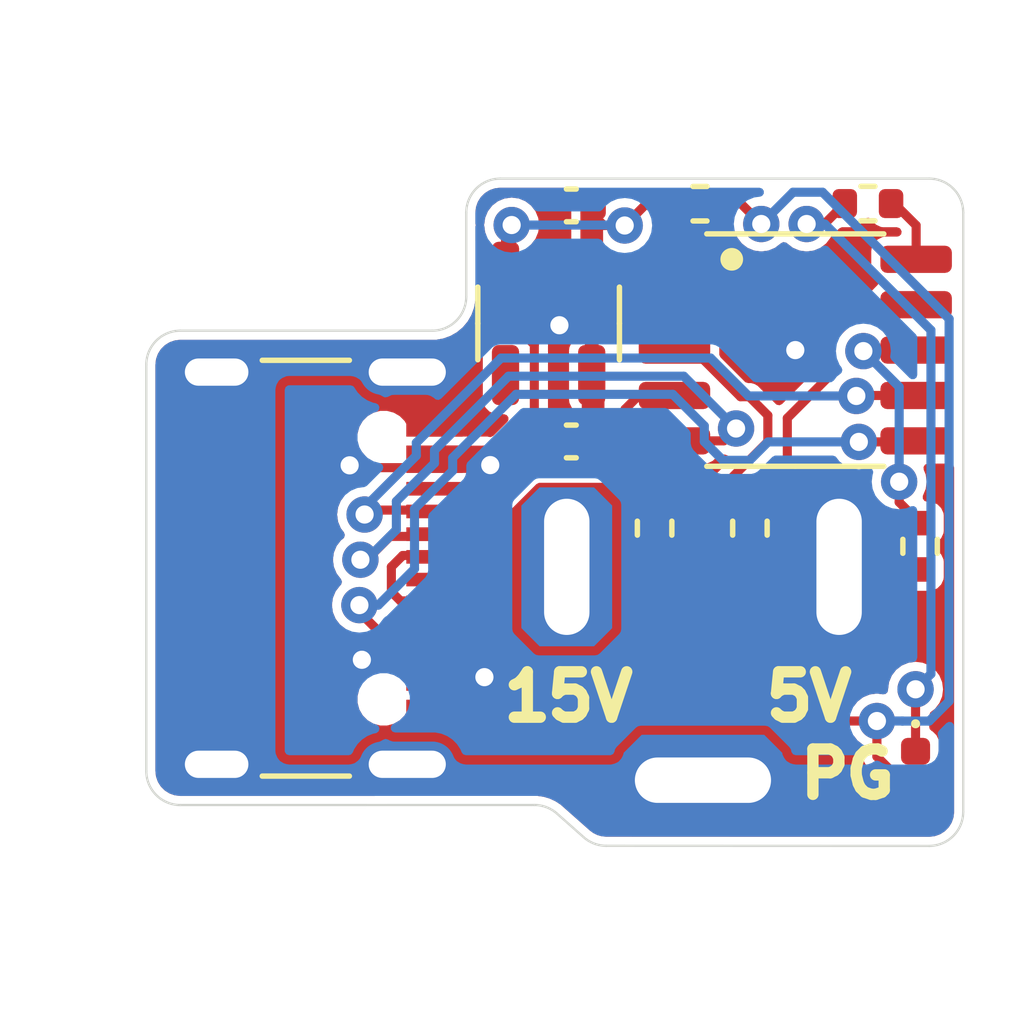
<source format=kicad_pcb>
(kicad_pcb (version 20240108) (generator "pcbnew") (generator_version "8.0")
  (layers (0 "F.Cu" signal) (31 "B.Cu" signal) (34 "B.Paste" user) (35 "F.Paste" user) (36 "B.SilkS" user "B.Silkscreen") (37 "F.SilkS" user "F.Silkscreen") (38 "B.Mask" user) (39 "F.Mask" user) (44 "Edge.Cuts" user))
  (net 0 "")
  (net 1 "+3.3V")
  (net 2 "VCC")
  (net 3 "Net-(U1-PG)")
  (net 4 "Net-(D1-K)")
  (net 6 "Net-(J1-CC1)")
  (net 7 "Net-(U1-DM)")
  (net 9 "Net-(U1-DP)")
  (net 10 "Net-(J1-CC2)")
  (net 11 "Net-(U1-VBUS)")
  (net 13 "GND")
  (net 14 "Net-(JP1-B)")
  (net 15 "C1")
  (footprint "Jumper:SolderJumper-2_P1.3mm_Open_RoundedPad1.0x1.5mm" (layer "F.Cu") (at 105.85 66.85 90)
    (property "Reference" "JP2" (hide yes))
    (property "Value" "Jumper" (hide yes))
    (pad "1" smd roundrect (at -0.65 0 90) (size 1 1) (layers "F.Cu" "F.Mask") (roundrect_rratio 0) (chamfer_ratio 0.2) (chamfer top_left bottom_left) (net 1 "+3.3V"))
    (pad "2" smd roundrect (at 0.65 0 90) (size 1 1) (layers "F.Cu" "F.Mask") (roundrect_rratio 0) (chamfer_ratio 0.2) (chamfer top_right bottom_right) (net 15 "C1"))
  )
  (footprint "Connector_BarrelJack:BarrelJack_Horizontal" (layer "F.Cu") (at 108.115 65.3025)
    (property "Reference" "J2" (hide yes))
    (property "Value" "Barrel_Jack" (hide yes))
    (pad "1" thru_hole roundrect (at 0 0) (size 2 3.5) (drill oval 1 3) (layers "*.Cu" "*.Mask") (roundrect_rratio 0) (chamfer_ratio 0.2) (chamfer top_left top_right bottom_left bottom_right) (net 2 "VCC"))
    (pad "2" thru_hole roundrect (at -6 0) (size 2 3.5) (drill oval 1 3) (layers "*.Cu" "*.Mask") (roundrect_rratio 0) (chamfer_ratio 0.2) (chamfer top_left top_right bottom_left bottom_right) (net 13 "GND"))
    (pad "3" thru_hole roundrect (at -3 4.7) (size 3.5 2) (drill oval 3 1) (layers "*.Cu" "*.Mask") (roundrect_rratio 0) (chamfer_ratio 0.2) (chamfer top_left top_right bottom_left bottom_right) (net 13 "GND"))
  )
  (footprint "LED_SMD:LED_0402_1005Metric" (layer "F.Cu") (at 109.8 69.85 -90)
    (property "Reference" "D1" (hide yes))
    (property "Value" "LED_Small")
    (fp_circle (center -1.09 0) (end -1.04 0) (stroke (width 0.1)) (fill none) (layer "F.SilkS"))
    (pad "1" smd roundrect (at -0.485 0 270) (size 0.59 0.64) (layers "F.Cu" "F.Paste" "F.Mask") (net 4 "Net-(D1-K)"))
    (pad "2" smd roundrect (at 0.485 0 270) (size 0.59 0.64) (layers "F.Cu" "F.Paste" "F.Mask") (net 1 "+3.3V"))
  )
  (footprint "Resistor_SMD:R_0402_1005Metric" (layer "F.Cu") (at 106.15 64.45 90)
    (property "Reference" "R5" (hide yes))
    (property "Value" "1K")
    (fp_line (start -0.153641 -0.38) (end 0.153641 -0.38) (stroke (width 0.12)) (layer "F.SilkS"))
    (fp_line (start -0.153641 0.38) (end 0.153641 0.38) (stroke (width 0.12)) (layer "F.SilkS"))
    (pad "1" smd roundrect (at -0.51 0 90) (size 0.54 0.64) (layers "F.Cu" "F.Paste" "F.Mask") (net 13 "GND"))
    (pad "2" smd roundrect (at 0.51 0 90) (size 0.54 0.64) (layers "F.Cu" "F.Paste" "F.Mask") (net 15 "C1"))
  )
  (footprint "Jumper:SolderJumper-2_P1.3mm_Open_RoundedPad1.0x1.5mm" (layer "F.Cu") (at 104.35 66.85 90)
    (property "Reference" "JP1" (hide yes))
    (property "Value" "Jumper" (hide yes))
    (pad "1" smd roundrect (at -0.65 0 90) (size 1 1) (layers "F.Cu" "F.Mask") (roundrect_rratio 0) (chamfer_ratio 0.2) (chamfer top_left bottom_left) (net 1 "+3.3V"))
    (pad "2" smd roundrect (at 0.65 0 90) (size 1 1) (layers "F.Cu" "F.Mask") (roundrect_rratio 0) (chamfer_ratio 0.2) (chamfer top_right bottom_right) (net 14 "Net-(JP1-B)"))
  )
  (footprint "Connector_USB:USB_C_Receptacle_G-Switch_GT-USB-7010ASV" (layer "F.Cu") (at 95.475 65.3325 -90)
    (property "Reference" "J1" (hide yes))
    (property "Value" "USB_C_Receptacle_USB2.0")
    (fp_line (start 4.58 0.07) (end 4.58 -1.85) (stroke (width 0.12)) (layer "F.SilkS"))
    (fp_line (start -4.58 -1.85) (end -4.58 0.07) (stroke (width 0.12)) (layer "F.SilkS"))
    (pad "" np_thru_hole circle (at -2.89 -2.605 270) (size 0.65 0.65) (drill 0.65) (layers "*.Cu" "*.Mask"))
    (pad "" np_thru_hole circle (at 2.89 -2.605 270) (size 0.65 0.65) (drill 0.65) (layers "*.Cu" "*.Mask"))
    (pad "A1" smd rect (at -3.2 -3.725 270) (size 0.6 1.24) (layers "F.Cu" "F.Paste" "F.Mask") (net 13 "GND"))
    (pad "A4" smd rect (at -2.4 -3.725 270) (size 0.6 1.24) (layers "F.Cu" "F.Paste" "F.Mask") (net 2 "VCC"))
    (pad "A5" smd rect (at -1.25 -3.725 270) (size 0.3 1.24) (layers "F.Cu" "F.Paste" "F.Mask") (net 6 "Net-(J1-CC1)"))
    (pad "A6" smd rect (at -0.25 -3.725 270) (size 0.3 1.24) (layers "F.Cu" "F.Paste" "F.Mask") (net 9 "Net-(U1-DP)"))
    (pad "A7" smd rect (at 0.25 -3.725 270) (size 0.3 1.24) (layers "F.Cu" "F.Paste" "F.Mask") (net 7 "Net-(U1-DM)"))
    (pad "A8" smd rect (at 1.25 -3.725 270) (size 0.3 1.24) (layers "F.Cu" "F.Paste" "F.Mask"))
    (pad "A9" smd rect (at 2.4 -3.725 270) (size 0.6 1.24) (layers "F.Cu" "F.Paste" "F.Mask") (net 2 "VCC"))
    (pad "A12" smd rect (at 3.2 -3.725 270) (size 0.6 1.24) (layers "F.Cu" "F.Paste" "F.Mask") (net 13 "GND"))
    (pad "B1" smd rect (at 3.2 -3.725 270) (size 0.6 1.24) (layers "F.Cu" "F.Paste" "F.Mask") (net 13 "GND"))
    (pad "B4" smd rect (at 2.4 -3.725 270) (size 0.6 1.24) (layers "F.Cu" "F.Paste" "F.Mask") (net 2 "VCC"))
    (pad "B5" smd rect (at 1.75 -3.725 270) (size 0.3 1.24) (layers "F.Cu" "F.Paste" "F.Mask") (net 10 "Net-(J1-CC2)"))
    (pad "B6" smd rect (at 0.75 -3.725 270) (size 0.3 1.24) (layers "F.Cu" "F.Paste" "F.Mask") (net 9 "Net-(U1-DP)"))
    (pad "B7" smd rect (at -0.75 -3.725 270) (size 0.3 1.24) (layers "F.Cu" "F.Paste" "F.Mask") (net 7 "Net-(U1-DM)"))
    (pad "B8" smd rect (at -1.75 -3.725 270) (size 0.3 1.24) (layers "F.Cu" "F.Paste" "F.Mask"))
    (pad "B9" smd rect (at -2.4 -3.725 270) (size 0.6 1.24) (layers "F.Cu" "F.Paste" "F.Mask") (net 2 "VCC"))
    (pad "B12" smd rect (at -3.2 -3.725 270) (size 0.6 1.24) (layers "F.Cu" "F.Paste" "F.Mask") (net 13 "GND"))
    (pad "S1" thru_hole oval (at -4.32 -3.125 270) (size 1 2.1) (drill oval 0.6 1.7) (layers "*.Cu" "*.Mask") (net 13 "GND"))
    (pad "S1" thru_hole oval (at -4.32 1.075 270) (size 1 1.8) (drill oval 0.6 1.4) (layers "*.Cu" "*.Mask") (net 13 "GND"))
    (pad "S1" thru_hole oval (at 4.32 -3.125 270) (size 1 2.1) (drill oval 0.6 1.7) (layers "*.Cu" "*.Mask") (net 13 "GND"))
    (pad "S1" thru_hole oval (at 4.32 1.075 270) (size 1 1.8) (drill oval 0.6 1.4) (layers "*.Cu" "*.Mask") (net 13 "GND"))
  )
  (footprint "Resistor_SMD:R_0402_1005Metric" (layer "F.Cu") (at 104.05 64.45 -90)
    (property "Reference" "R4" (hide yes))
    (property "Value" "1K")
    (fp_line (start -0.153641 0.38) (end 0.153641 0.38) (stroke (width 0.12)) (layer "F.SilkS"))
    (fp_line (start -0.153641 -0.38) (end 0.153641 -0.38) (stroke (width 0.12)) (layer "F.SilkS"))
    (pad "1" smd roundrect (at -0.51 0 270) (size 0.54 0.64) (layers "F.Cu" "F.Paste" "F.Mask") (net 13 "GND"))
    (pad "2" smd roundrect (at 0.51 0 270) (size 0.54 0.64) (layers "F.Cu" "F.Paste" "F.Mask") (net 14 "Net-(JP1-B)"))
  )
  (footprint "Package_SO:SOIC-10_3.9x4.9mm_P1mm" (layer "F.Cu") (at 107.15 60.5275)
    (property "Reference" "U1" (hide yes))
    (property "Value" "~")
    (fp_line (start 0 -2.56) (end -1.95 -2.56) (stroke (width 0.12)) (layer "F.SilkS"))
    (fp_line (start 0 -2.56) (end 1.95 -2.56) (stroke (width 0.12)) (layer "F.SilkS"))
    (fp_line (start 0 2.56) (end -1.95 2.56) (stroke (width 0.12)) (layer "F.SilkS"))
    (fp_line (start 0 2.56) (end 1.95 2.56) (stroke (width 0.12)) (layer "F.SilkS"))
    (fp_circle (center -1.4 -2) (end -1.2 -2) (stroke (width 0.1)) (fill solid) (layer "F.SilkS"))
    (pad "0" smd roundrect (at -0.4 -0.4 90) (size 2.286 1.524) (layers "F.Cu" "F.Paste" "F.Mask") (net 13 "GND"))
    (pad "1" smd roundrect (at -2.6625 -2) (size 1.575 0.6) (layers "F.Cu" "F.Paste" "F.Mask") (net 1 "+3.3V"))
    (pad "2" smd roundrect (at -2.6625 -1) (size 1.575 0.6) (layers "F.Cu" "F.Paste" "F.Mask") (net 1 "+3.3V"))
    (pad "3" smd roundrect (at -2.6625 0) (size 1.575 0.6) (layers "F.Cu" "F.Paste" "F.Mask") (net 14 "Net-(JP1-B)"))
    (pad "4" smd roundrect (at -2.6625 1) (size 1.575 0.6) (layers "F.Cu" "F.Paste" "F.Mask") (net 9 "Net-(U1-DP)"))
    (pad "5" smd roundrect (at -2.6625 2) (size 1.575 0.6) (layers "F.Cu" "F.Paste" "F.Mask") (net 7 "Net-(U1-DM)"))
    (pad "6" smd roundrect (at 2.6625 2) (size 1.575 0.6) (layers "F.Cu" "F.Paste" "F.Mask") (net 10 "Net-(J1-CC2)"))
    (pad "7" smd roundrect (at 2.6625 1) (size 1.575 0.6) (layers "F.Cu" "F.Paste" "F.Mask") (net 6 "Net-(J1-CC1)"))
    (pad "8" smd roundrect (at 2.6625 0) (size 1.575 0.6) (layers "F.Cu" "F.Paste" "F.Mask") (net 11 "Net-(U1-VBUS)"))
    (pad "9" smd roundrect (at 2.6625 -1) (size 1.575 0.6) (layers "F.Cu" "F.Paste" "F.Mask") (net 15 "C1"))
    (pad "10" smd roundrect (at 2.6625 -2) (size 1.575 0.6) (layers "F.Cu" "F.Paste" "F.Mask") (net 3 "Net-(U1-PG)"))
  )
  (footprint "Resistor_SMD:R_0402_1005Metric" (layer "F.Cu") (at 105.05 57.3025 180)
    (property "Reference" "R2" (hide yes))
    (property "Value" "NC")
    (fp_line (start -0.153641 0.38) (end 0.153641 0.38) (stroke (width 0.12)) (layer "F.SilkS"))
    (fp_line (start -0.153641 -0.38) (end 0.153641 -0.38) (stroke (width 0.12)) (layer "F.SilkS"))
    (pad "1" smd roundrect (at -0.51 0 180) (size 0.54 0.64) (layers "F.Cu" "F.Paste" "F.Mask") (net 1 "+3.3V"))
    (pad "2" smd roundrect (at 0.51 0 180) (size 0.54 0.64) (layers "F.Cu" "F.Paste" "F.Mask") (net 2 "VCC"))
  )
  (footprint "Package_TO_SOT_SMD:SOT-23-5" (layer "F.Cu") (at 101.715 59.94 -90)
    (property "Reference" "U2" (hide yes))
    (property "Value" "AP2204K-3.3TRG1")
    (fp_line (start 0 1.56) (end -0.8 1.56) (stroke (width 0.12)) (layer "F.SilkS"))
    (fp_line (start 0 1.56) (end 0.8 1.56) (stroke (width 0.12)) (layer "F.SilkS"))
    (fp_line (start 0 -1.56) (end -0.8 -1.56) (stroke (width 0.12)) (layer "F.SilkS"))
    (fp_line (start 0 -1.56) (end 0.8 -1.56) (stroke (width 0.12)) (layer "F.SilkS"))
    (pad "1" smd roundrect (at -1.1375 -0.95 270) (size 1.325 0.6) (layers "F.Cu" "F.Paste" "F.Mask") (net 2 "VCC"))
    (pad "2" smd roundrect (at -1.1375 0 270) (size 1.325 0.6) (layers "F.Cu" "F.Paste" "F.Mask") (net 13 "GND"))
    (pad "3" smd roundrect (at -1.1375 0.95 270) (size 1.325 0.6) (layers "F.Cu" "F.Paste" "F.Mask") (net 2 "VCC"))
    (pad "4" smd roundrect (at 1.1375 0.95 270) (size 1.325 0.6) (layers "F.Cu" "F.Paste" "F.Mask"))
    (pad "5" smd roundrect (at 1.1375 -0.95 270) (size 1.325 0.6) (layers "F.Cu" "F.Paste" "F.Mask") (net 1 "+3.3V"))
  )
  (footprint "Capacitor_SMD:C_0402_1005Metric" (layer "F.Cu") (at 102.215 62.54)
    (property "Reference" "C3" (hide yes))
    (property "Value" "1µF")
    (fp_line (start -0.107836 -0.36) (end 0.107836 -0.36) (stroke (width 0.12)) (layer "F.SilkS"))
    (fp_line (start -0.107836 0.36) (end 0.107836 0.36) (stroke (width 0.12)) (layer "F.SilkS"))
    (pad "1" smd roundrect (at -0.48 0) (size 0.56 0.62) (layers "F.Cu" "F.Paste" "F.Mask") (net 13 "GND"))
    (pad "2" smd roundrect (at 0.48 0) (size 0.56 0.62) (layers "F.Cu" "F.Paste" "F.Mask") (net 1 "+3.3V"))
  )
  (footprint "Capacitor_SMD:C_0402_1005Metric" (layer "F.Cu") (at 102.215 57.34)
    (property "Reference" "C2" (hide yes))
    (property "Value" "1µF")
    (fp_line (start -0.107836 -0.36) (end 0.107836 -0.36) (stroke (width 0.12)) (layer "F.SilkS"))
    (fp_line (start -0.107836 0.36) (end 0.107836 0.36) (stroke (width 0.12)) (layer "F.SilkS"))
    (pad "1" smd roundrect (at -0.48 0) (size 0.56 0.62) (layers "F.Cu" "F.Paste" "F.Mask") (net 13 "GND"))
    (pad "2" smd roundrect (at 0.48 0) (size 0.56 0.62) (layers "F.Cu" "F.Paste" "F.Mask") (net 2 "VCC"))
  )
  (footprint "Resistor_SMD:R_0402_1005Metric" (layer "F.Cu") (at 108.75 57.3 180)
    (property "Reference" "R3" (hide yes))
    (property "Value" "220")
    (fp_line (start -0.153641 0.38) (end 0.153641 0.38) (stroke (width 0.12)) (layer "F.SilkS"))
    (fp_line (start -0.153641 -0.38) (end 0.153641 -0.38) (stroke (width 0.12)) (layer "F.SilkS"))
    (pad "1" smd roundrect (at -0.51 0 180) (size 0.54 0.64) (layers "F.Cu" "F.Paste" "F.Mask") (net 3 "Net-(U1-PG)"))
    (pad "2" smd roundrect (at 0.51 0 180) (size 0.54 0.64) (layers "F.Cu" "F.Paste" "F.Mask") (net 4 "Net-(D1-K)"))
  )
  (footprint "Resistor_SMD:R_0402_1005Metric" (layer "F.Cu") (at 109.9 64.85 90)
    (property "Reference" "R1" (hide yes))
    (property "Value" "10K")
    (fp_line (start -0.153641 -0.38) (end 0.153641 -0.38) (stroke (width 0.12)) (layer "F.SilkS"))
    (fp_line (start -0.153641 0.38) (end 0.153641 0.38) (stroke (width 0.12)) (layer "F.SilkS"))
    (pad "1" smd roundrect (at -0.51 0 90) (size 0.54 0.64) (layers "F.Cu" "F.Paste" "F.Mask") (net 2 "VCC"))
    (pad "2" smd roundrect (at 0.51 0 90) (size 0.54 0.64) (layers "F.Cu" "F.Paste" "F.Mask") (net 11 "Net-(U1-VBUS)"))
  )
  (gr_line (start 102.984184 71.447596) (end 110.1 71.45) (stroke (width 0.05)) (layer "Edge.Cuts"))
  (gr_arc (start 110.1 56.75) (mid 110.63033 56.96967) (end 110.85 57.5) (stroke (width 0.05)) (layer "Edge.Cuts"))
  (gr_arc (start 110.85 70.7) (mid 110.63033 71.23033) (end 110.1 71.45) (stroke (width 0.05)) (layer "Edge.Cuts"))
  (gr_arc (start 99.9 59.35) (mid 99.68033 59.88033) (end 99.15 60.1) (stroke (width 0.05)) (layer "Edge.Cuts"))
  (gr_line (start 101.89792 70.737284) (end 102.487238 71.259106) (stroke (width 0.05)) (layer "Edge.Cuts"))
  (gr_arc (start 102.984184 71.447596) (mid 102.718457 71.398848) (end 102.487238 71.259106) (stroke (width 0.05)) (layer "Edge.Cuts"))
  (gr_line (start 99.15 60.1) (end 93.6 60.1) (stroke (width 0.05)) (layer "Edge.Cuts"))
  (gr_arc (start 92.85 60.85) (mid 93.06967 60.31967) (end 93.6 60.1) (stroke (width 0.05)) (layer "Edge.Cuts"))
  (gr_line (start 110.1 56.75) (end 100.65 56.75) (stroke (width 0.05)) (layer "Edge.Cuts"))
  (gr_arc (start 101.400605 70.548794) (mid 101.666532 70.597478) (end 101.89792 70.737284) (stroke (width 0.05)) (layer "Edge.Cuts"))
  (gr_line (start 110.85 70.7) (end 110.85 57.5) (stroke (width 0.05)) (layer "Edge.Cuts"))
  (gr_arc (start 93.6 70.55) (mid 93.06967 70.33033) (end 92.85 69.8) (stroke (width 0.05)) (layer "Edge.Cuts"))
  (gr_line (start 99.9 57.5) (end 99.9 59.35) (stroke (width 0.05)) (layer "Edge.Cuts"))
  (gr_line (start 93.6 70.55) (end 101.400605 70.548794) (stroke (width 0.05)) (layer "Edge.Cuts"))
  (gr_line (start 92.85 60.85) (end 92.85 69.8) (stroke (width 0.05)) (layer "Edge.Cuts"))
  (gr_arc (start 99.9 57.5) (mid 100.11967 56.96967) (end 100.65 56.75) (stroke (width 0.05)) (layer "Edge.Cuts"))
  (gr_text "5V" (at 107.45 68.75 0) (layer "F.SilkS") (effects (font (size 1 1) (thickness 0.25) (bold yes)) (justify bottom)))
  (gr_text "PG" (at 108.3 70.45 0) (layer "F.SilkS") (effects (font (size 1 1) (thickness 0.25) (bold yes)) (justify bottom)))
  (gr_text "15V" (at 102.15 68.75 0) (layer "F.SilkS") (effects (font (size 1 1) (thickness 0.25) (bold yes)) (justify bottom)))
  (segment (start 104.4875 59.5275) (end 104.4875 58.5275) (width 0.2) (layer "F.Cu") (net 1))
  (segment (start 106.399997 57.75) (end 105.952497 57.3025) (width 0.2) (layer "F.Cu") (net 1))
  (segment (start 102.665 60.215) (end 103.315 59.565) (width 0.3) (layer "F.Cu") (net 1))
  (segment (start 105.56 57.3025) (end 105.56 57.455) (width 0.2) (layer "F.Cu") (net 1))
  (segment (start 104.515 58.5) (end 104.4875 58.5275) (width 0.2) (layer "F.Cu") (net 1))
  (segment (start 102.695 61.1075) (end 102.665 61.0775) (width 0.2) (layer "F.Cu") (net 1))
  (segment (start 107.049135 68.699135) (end 105.85 67.5) (width 0.2) (layer "F.Cu") (net 1))
  (segment (start 105.952497 57.3025) (end 105.56 57.3025) (width 0.2) (layer "F.Cu") (net 1))
  (segment (start 102.665 61.0775) (end 102.665 60.215) (width 0.3) (layer "F.Cu") (net 1))
  (segment (start 103.89 58.5275) (end 104.4875 58.5275) (width 0.3) (layer "F.Cu") (net 1))
  (segment (start 108.948209 68.699135) (end 107.049135 68.699135) (width 0.2) (layer "F.Cu") (net 1))
  (segment (start 102.695 62.54) (end 102.695 61.1075) (width 0.5) (layer "F.Cu") (net 1))
  (segment (start 105.85 67.5) (end 104.35 67.5) (width 0.2) (layer "F.Cu") (net 1))
  (segment (start 103.315 59.565) (end 103.315 59.1025) (width 0.3) (layer "F.Cu") (net 1))
  (segment (start 108.948209 68.699135) (end 108.948209 69.483209) (width 0.2) (layer "F.Cu") (net 1))
  (segment (start 105.56 57.455) (end 104.4875 58.5275) (width 0.2) (layer "F.Cu") (net 1))
  (segment (start 108.948209 69.483209) (end 109.8 70.335) (width 0.2) (layer "F.Cu") (net 1))
  (segment (start 103.315 59.1025) (end 103.89 58.5275) (width 0.3) (layer "F.Cu") (net 1))
  (via (at 108.948209 68.699135) (size 0.8) (drill 0.4) (layers "F.Cu" "B.Cu") (net 1))
  (via (at 106.399997 57.75) (size 0.8) (drill 0.4) (layers "F.Cu" "B.Cu") (net 1))
  (segment (start 107.099997 57.05) (end 106.399997 57.75) (width 0.2) (layer "B.Cu") (net 1))
  (segment (start 110.538528 59.838528) (end 107.75 57.05) (width 0.2) (layer "B.Cu") (net 1))
  (segment (start 107.75 57.05) (end 107.099997 57.05) (width 0.2) (layer "B.Cu") (net 1))
  (segment (start 110.1 68.7) (end 110.538528 68.261472) (width 0.2) (layer "B.Cu") (net 1))
  (segment (start 109.509185 68.699135) (end 109.51005 68.7) (width 0.2) (layer "B.Cu") (net 1))
  (segment (start 110.538528 68.261472) (end 110.538528 59.838528) (width 0.2) (layer "B.Cu") (net 1))
  (segment (start 108.948209 68.699135) (end 109.509185 68.699135) (width 0.2) (layer "B.Cu") (net 1))
  (segment (start 109.51005 68.7) (end 110.1 68.7) (width 0.2) (layer "B.Cu") (net 1))
  (segment (start 109.9 65.36) (end 108.1725 65.36) (width 0.2) (layer "F.Cu") (net 2))
  (segment (start 100.443775 63.061225) (end 100.428725 63.061225) (width 0.6) (layer "F.Cu") (net 2))
  (segment (start 100.3 62.9325) (end 99.38 62.9325) (width 0.6) (layer "F.Cu") (net 2))
  (segment (start 97.381888 63.1175) (end 99.015 63.1175) (width 0.2) (layer "F.Cu") (net 2))
  (segment (start 101.4 60.409448) (end 100.765 59.774448) (width 0.2) (layer "F.Cu") (net 2))
  (segment (start 103.391068 57.782583) (end 102.930083 57.782583) (width 0.2) (layer "F.Cu") (net 2))
  (segment (start 102.930083 57.782583) (end 102.6675 57.52) (width 0.2) (layer "F.Cu") (net 2))
  (segment (start 102.665 57.52) (end 102.665 58.8025) (width 0.5) (layer "F.Cu") (net 2))
  (segment (start 100.428725 62.910141) (end 101.4 61.938866) (width 0.2) (layer "F.Cu") (net 2))
  (segment (start 108.1725 65.36) (end 108.115 65.3025) (width 0.2) (layer "F.Cu") (net 2))
  (segment (start 103.871151 57.3025) (end 104.54 57.3025) (width 0.2) (layer "F.Cu") (net 2))
  (segment (start 100.428725 63.061225) (end 100.3 62.9325) (width 0.6) (layer "F.Cu") (net 2))
  (segment (start 97.330563 63.066175) (end 97.381888 63.1175) (width 0.2) (layer "F.Cu") (net 2))
  (segment (start 103.391068 57.782583) (end 103.871151 57.3025) (width 0.2) (layer "F.Cu") (net 2))
  (segment (start 101.4 61.938866) (end 101.4 60.409448) (width 0.2) (layer "F.Cu") (net 2))
  (segment (start 100.765 59.774448) (end 100.765 58.8025) (width 0.2) (layer "F.Cu") (net 2))
  (segment (start 100.3 67.7325) (end 99.2 67.7325) (width 0.6) (layer "F.Cu") (net 2))
  (segment (start 97.783838 67.533838) (end 97.6 67.35) (width 0.2) (layer "F.Cu") (net 2))
  (segment (start 100.428725 63.061225) (end 100.428725 62.910141) (width 0.2) (layer "F.Cu") (net 2))
  (segment (start 100.765 57.907972) (end 100.765 58.8025) (width 0.2) (layer "F.Cu") (net 2))
  (segment (start 99.2 67.7325) (end 99.001338 67.533838) (width 0.2) (layer "F.Cu") (net 2))
  (segment (start 99.015 63.1175) (end 99.2 62.9325) (width 0.2) (layer "F.Cu") (net 2))
  (segment (start 99.001338 67.533838) (end 97.783838 67.533838) (width 0.2) (layer "F.Cu") (net 2))
  (segment (start 102.6675 57.52) (end 102.665 57.52) (width 0.2) (layer "F.Cu") (net 2))
  (segment (start 100.900334 57.772638) (end 100.765 57.907972) (width 0.2) (layer "F.Cu") (net 2))
  (via (at 100.428725 63.061225) (size 0.8) (drill 0.4) (layers "F.Cu" "B.Cu") (net 2))
  (via (at 100.900334 57.772638) (size 0.8) (drill 0.4) (layers "F.Cu" "B.Cu") (net 2))
  (via (at 97.6 67.35) (size 0.8) (drill 0.4) (layers "F.Cu" "B.Cu") (net 2))
  (via (at 103.391068 57.782583) (size 0.8) (drill 0.4) (layers "F.Cu" "B.Cu") (net 2))
  (via (at 97.330563 63.066175) (size 0.8) (drill 0.4) (layers "F.Cu" "B.Cu") (net 2))
  (via (at 100.3 67.7325) (size 0.8) (drill 0.4) (layers "F.Cu" "B.Cu") (net 2))
  (segment (start 103.381123 57.772638) (end 100.900334 57.772638) (width 0.2) (layer "B.Cu") (net 2))
  (segment (start 103.391068 57.782583) (end 103.381123 57.772638) (width 0.2) (layer "B.Cu") (net 2))
  (segment (start 109.8125 58.5275) (end 109.8125 57.78) (width 0.2) (layer "F.Cu") (net 3))
  (segment (start 109.8125 57.78) (end 109.32 57.2875) (width 0.2) (layer "F.Cu") (net 3))
  (segment (start 107.4 57.75) (end 107.79 57.75) (width 0.2) (layer "F.Cu") (net 4))
  (segment (start 109.8 68) (end 109.8 69.365) (width 0.2) (layer "F.Cu") (net 4))
  (segment (start 107.79 57.75) (end 108.24 57.3) (width 0.2) (layer "F.Cu") (net 4))
  (via (at 109.8 68) (size 0.8) (drill 0.4) (layers "F.Cu" "B.Cu") (net 4))
  (via (at 107.4 57.75) (size 0.8) (drill 0.4) (layers "F.Cu" "B.Cu") (net 4))
  (segment (start 110.138528 67.661472) (end 110.138528 60.088528) (width 0.2) (layer "B.Cu") (net 4))
  (segment (start 109.8 68) (end 110.138528 67.661472) (width 0.2) (layer "B.Cu") (net 4))
  (segment (start 107.8 57.75) (end 107.4 57.75) (width 0.2) (layer "B.Cu") (net 4))
  (segment (start 110.138528 60.088528) (end 107.8 57.75) (width 0.2) (layer "B.Cu") (net 4))
  (segment (start 108.494586 61.537852) (end 108.504938 61.5275) (width 0.2) (layer "F.Cu") (net 6))
  (segment (start 97.757497 64.0525) (end 99.55 64.0525) (width 0.2) (layer "F.Cu") (net 6))
  (segment (start 97.66 64.149997) (end 97.757497 64.0525) (width 0.2) (layer "F.Cu") (net 6))
  (segment (start 108.504938 61.5275) (end 109.8125 61.5275) (width 0.2) (layer "F.Cu") (net 6))
  (via (at 97.66 64.149997) (size 0.8) (drill 0.4) (layers "F.Cu" "B.Cu") (net 6))
  (via (at 108.494586 61.537852) (size 0.8) (drill 0.4) (layers "F.Cu" "B.Cu") (net 6))
  (segment (start 100.666128 60.7025) (end 98.8 62.568628) (width 0.2) (layer "B.Cu") (net 6))
  (segment (start 105.2824 60.7025) (end 100.666128 60.7025) (width 0.2) (layer "B.Cu") (net 6))
  (segment (start 106.117752 61.537852) (end 105.2824 60.7025) (width 0.2) (layer "B.Cu") (net 6))
  (segment (start 98.8 62.568628) (end 98.8 62.8525) (width 0.2) (layer "B.Cu") (net 6))
  (segment (start 98.8 62.8525) (end 97.66 63.9925) (width 0.2) (layer "B.Cu") (net 6))
  (segment (start 108.494586 61.537852) (end 106.117752 61.537852) (width 0.2) (layer "B.Cu") (net 6))
  (segment (start 97.66 63.9925) (end 97.66 64.149997) (width 0.2) (layer "B.Cu") (net 6))
  (segment (start 100.15 64.75) (end 100.15 65.45) (width 0.2) (layer "F.Cu") (net 7))
  (segment (start 100.15 65.45) (end 100.0475 65.5525) (width 0.2) (layer "F.Cu") (net 7))
  (segment (start 100.0475 65.5525) (end 99.55 65.5525) (width 0.2) (layer "F.Cu") (net 7))
  (segment (start 98.22 64.6325) (end 100.0325 64.6325) (width 0.2) (layer "F.Cu") (net 7))
  (segment (start 97.567778 65.145738) (end 97.706762 65.145738) (width 0.2) (layer "F.Cu") (net 7))
  (segment (start 105.5725 62.5275) (end 104.4875 62.5275) (width 0.2) (layer "F.Cu") (net 7))
  (segment (start 97.706762 65.145738) (end 98.22 64.6325) (width 0.2) (layer "F.Cu") (net 7))
  (segment (start 105.844975 62.255025) (end 105.5725 62.5275) (width 0.2) (layer "F.Cu") (net 7))
  (segment (start 100.0325 64.6325) (end 100.15 64.75) (width 0.2) (layer "F.Cu") (net 7))
  (via (at 97.567778 65.145738) (size 0.8) (drill 0.4) (layers "F.Cu" "B.Cu") (net 7))
  (via (at 105.844975 62.255025) (size 0.8) (drill 0.4) (layers "F.Cu" "B.Cu") (net 7))
  (segment (start 98.36 63.858186) (end 99.2 63.018186) (width 0.2) (layer "B.Cu") (net 7))
  (segment (start 99.2 62.734314) (end 100.831814 61.1025) (width 0.2) (layer "B.Cu") (net 7))
  (segment (start 99.2 63.018186) (end 99.2 62.734314) (width 0.2) (layer "B.Cu") (net 7))
  (segment (start 104.69245 61.1025) (end 105.844975 62.255025) (width 0.2) (layer "B.Cu") (net 7))
  (segment (start 100.831814 61.1025) (end 104.69245 61.1025) (width 0.2) (layer "B.Cu") (net 7))
  (segment (start 98.36 64.486739) (end 98.36 63.858186) (width 0.2) (layer "B.Cu") (net 7))
  (segment (start 97.567778 65.145738) (end 97.701001 65.145738) (width 0.2) (layer "B.Cu") (net 7))
  (segment (start 97.701001 65.145738) (end 98.36 64.486739) (width 0.2) (layer "B.Cu") (net 7))
  (segment (start 100.55 65.615686) (end 100.113186 66.0525) (width 0.2) (layer "F.Cu") (net 9))
  (segment (start 99.55 65.0525) (end 98.5 65.0525) (width 0.2) (layer "F.Cu") (net 9))
  (segment (start 103.700001 61.5275) (end 103.4 61.827501) (width 0.2) (layer "F.Cu") (net 9))
  (segment (start 103.0675 63.15) (end 101.35 63.15) (width 0.2) (layer "F.Cu") (net 9))
  (segment (start 100.55 63.95) (end 100.55 65.615686) (width 0.2) (layer "F.Cu") (net 9))
  (segment (start 98.25 65.3025) (end 98.25 65.8525) (width 0.2) (layer "F.Cu") (net 9))
  (segment (start 103.4 61.827501) (end 103.4 62.8175) (width 0.2) (layer "F.Cu") (net 9))
  (segment (start 101.35 63.15) (end 100.55 63.95) (width 0.2) (layer "F.Cu") (net 9))
  (segment (start 104.4875 61.5275) (end 103.700001 61.5275) (width 0.2) (layer "F.Cu") (net 9))
  (segment (start 103.4 62.8175) (end 103.0675 63.15) (width 0.2) (layer "F.Cu") (net 9))
  (segment (start 98.25 65.8525) (end 98.45 66.0525) (width 0.2) (layer "F.Cu") (net 9))
  (segment (start 98.45 66.0525) (end 99.55 66.0525) (width 0.2) (layer "F.Cu") (net 9))
  (segment (start 98.5 65.0525) (end 98.25 65.3025) (width 0.2) (layer "F.Cu") (net 9))
  (segment (start 100.113186 66.0525) (end 99.35 66.0525) (width 0.2) (layer "F.Cu") (net 9))
  (segment (start 109.348578 62.5275) (end 109.8125 62.5275) (width 0.2) (layer "F.Cu") (net 10))
  (segment (start 109.326078 62.55) (end 109.348578 62.5275) (width 0.2) (layer "F.Cu") (net 10))
  (segment (start 98.3 67.0525) (end 99.35 67.0525) (width 0.2) (layer "F.Cu") (net 10))
  (segment (start 108.55 62.55) (end 109.326078 62.55) (width 0.2) (layer "F.Cu") (net 10))
  (segment (start 97.545747 66.298247) (end 98.3 67.0525) (width 0.2) (layer "F.Cu") (net 10))
  (segment (start 97.545747 66.145498) (end 97.545747 66.298247) (width 0.2) (layer "F.Cu") (net 10))
  (via (at 97.545747 66.145498) (size 0.8) (drill 0.4) (layers "F.Cu" "B.Cu") (net 10))
  (via (at 108.55 62.55) (size 0.8) (drill 0.4) (layers "F.Cu" "B.Cu") (net 10))
  (segment (start 105.144975 62.197475) (end 104.45 61.5025) (width 0.2) (layer "B.Cu") (net 10))
  (segment (start 98.76 64.023872) (end 98.76 65.347739) (width 0.2) (layer "B.Cu") (net 10))
  (segment (start 99.6 62.9) (end 99.6 63.183872) (width 0.2) (layer "B.Cu") (net 10))
  (segment (start 105.144975 62.544975) (end 105.144975 62.197475) (width 0.2) (layer "B.Cu") (net 10))
  (segment (start 98.76 65.347739) (end 97.962241 66.145498) (width 0.2) (layer "B.Cu") (net 10))
  (segment (start 106.144975 62.955025) (end 105.555025 62.955025) (width 0.2) (layer "B.Cu") (net 10))
  (segment (start 106.55 62.55) (end 106.144975 62.955025) (width 0.2) (layer "B.Cu") (net 10))
  (segment (start 105.555025 62.955025) (end 105.144975 62.544975) (width 0.2) (layer "B.Cu") (net 10))
  (segment (start 104.45 61.5025) (end 100.9975 61.5025) (width 0.2) (layer "B.Cu") (net 10))
  (segment (start 108.55 62.55) (end 106.55 62.55) (width 0.2) (layer "B.Cu") (net 10))
  (segment (start 97.962241 66.145498) (end 97.545747 66.145498) (width 0.2) (layer "B.Cu") (net 10))
  (segment (start 99.6 63.183872) (end 98.76 64.023872) (width 0.2) (layer "B.Cu") (net 10))
  (segment (start 100.9975 61.5025) (end 99.6 62.9) (width 0.2) (layer "B.Cu") (net 10))
  (segment (start 109.384448 60.5275) (end 109.8125 60.5275) (width 0.2) (layer "F.Cu") (net 11))
  (segment (start 109.438528 63.4275) (end 109.438528 63.878528) (width 0.2) (layer "F.Cu") (net 11))
  (segment (start 108.65 60.55) (end 109.361948 60.55) (width 0.2) (layer "F.Cu") (net 11))
  (segment (start 109.361948 60.55) (end 109.384448 60.5275) (width 0.2) (layer "F.Cu") (net 11))
  (segment (start 109.438528 63.878528) (end 109.9 64.34) (width 0.2) (layer "F.Cu") (net 11))
  (via (at 109.438528 63.4275) (size 0.8) (drill 0.4) (layers "F.Cu" "B.Cu") (net 11))
  (via (at 108.65 60.55) (size 0.8) (drill 0.4) (layers "F.Cu" "B.Cu") (net 11))
  (segment (start 109.438528 61.338528) (end 109.438528 63.4275) (width 0.2) (layer "B.Cu") (net 11))
  (segment (start 108.65 60.55) (end 109.438528 61.338528) (width 0.2) (layer "B.Cu") (net 11))
  (segment (start 101.715 57.4225) (end 101.735 57.4025) (width 0.3) (layer "F.Cu") (net 13))
  (segment (start 101.715 57.4025) (end 101.735 57.4025) (width 0.3) (layer "F.Cu") (net 13))
  (segment (start 101.952774 59.979982) (end 101.822518 59.979982) (width 0.3) (layer "F.Cu") (net 13))
  (segment (start 101.715 57.36) (end 101.735 57.34) (width 0.3) (layer "F.Cu") (net 13))
  (segment (start 101.822518 59.979982) (end 101.78 60.0225) (width 0.3) (layer "F.Cu") (net 13))
  (via (at 107.15 60.5275) (size 0.8) (drill 0.4) (layers "F.Cu" "B.Cu") (net 13))
  (via (at 101.952774 59.979982) (size 0.8) (drill 0.4) (layers "F.Cu" "B.Cu") (net 13))
  (segment (start 105.943077 61.555025) (end 106.134925 61.555025) (width 0.2) (layer "F.Cu") (net 14))
  (segment (start 106.544975 61.965075) (end 106.544975 62.544975) (width 0.2) (layer "F.Cu") (net 14))
  (segment (start 106.544975 62.544975) (end 104.35 64.73995) (width 0.2) (layer "F.Cu") (net 14))
  (segment (start 104.4875 60.5275) (end 104.915552 60.5275) (width 0.2) (layer "F.Cu") (net 14))
  (segment (start 104.915552 60.5275) (end 105.943077 61.555025) (width 0.2) (layer "F.Cu") (net 14))
  (segment (start 104.35 64.73995) (end 104.35 66.2) (width 0.2) (layer "F.Cu") (net 14))
  (segment (start 106.134925 61.555025) (end 106.544975 61.965075) (width 0.2) (layer "F.Cu") (net 14))
  (segment (start 107.85 61.15) (end 106.973715 62.026285) (width 0.2) (layer "F.Cu") (net 15))
  (segment (start 106.973715 62.026285) (end 106.973715 63.116285) (width 0.2) (layer "F.Cu") (net 15))
  (segment (start 109.8125 59.5275) (end 108.68255 59.5275) (width 0.2) (layer "F.Cu") (net 15))
  (segment (start 107.85 60.36005) (end 107.85 61.15) (width 0.2) (layer "F.Cu") (net 15))
  (segment (start 105.53 65.88) (end 105.85 66.2) (width 0.2) (layer "F.Cu") (net 15))
  (segment (start 105.53 64.56) (end 105.53 65.88) (width 0.2) (layer "F.Cu") (net 15))
  (segment (start 106.973715 63.116285) (end 106.15 63.94) (width 0.2) (layer "F.Cu") (net 15))
  (segment (start 108.68255 59.5275) (end 107.85 60.36005) (width 0.2) (layer "F.Cu") (net 15))
  (segment (start 106.15 63.94) (end 105.53 64.56) (width 0.2) (layer "F.Cu") (net 15))
  (zone (net 13) (net_name "GND") (layers "F&B.Cu") (connect_pads yes (clearance 0.2)) (min_thickness 0.2) (fill yes (thermal_gap 0.2) (thermal_bridge_width 0.6))
    (polygon (pts (xy 111.615 72.6025) (xy 111.615 56.4025) (xy 90.515 56.4025) (xy 90.515 72.6025)))
  )
  (zone (net 2) (net_name "VCC") (layer "B.Cu") (priority 1) (connect_pads yes (clearance 0.2)) (min_thickness 0.2) (fill yes (thermal_gap 0.2) (thermal_bridge_width 0.6))
    (polygon (pts (xy 110.1 69.4525) (xy 110.115 61.3025) (xy 95.9 61.3025) (xy 95.9 69.4525)))
  )
)
</source>
